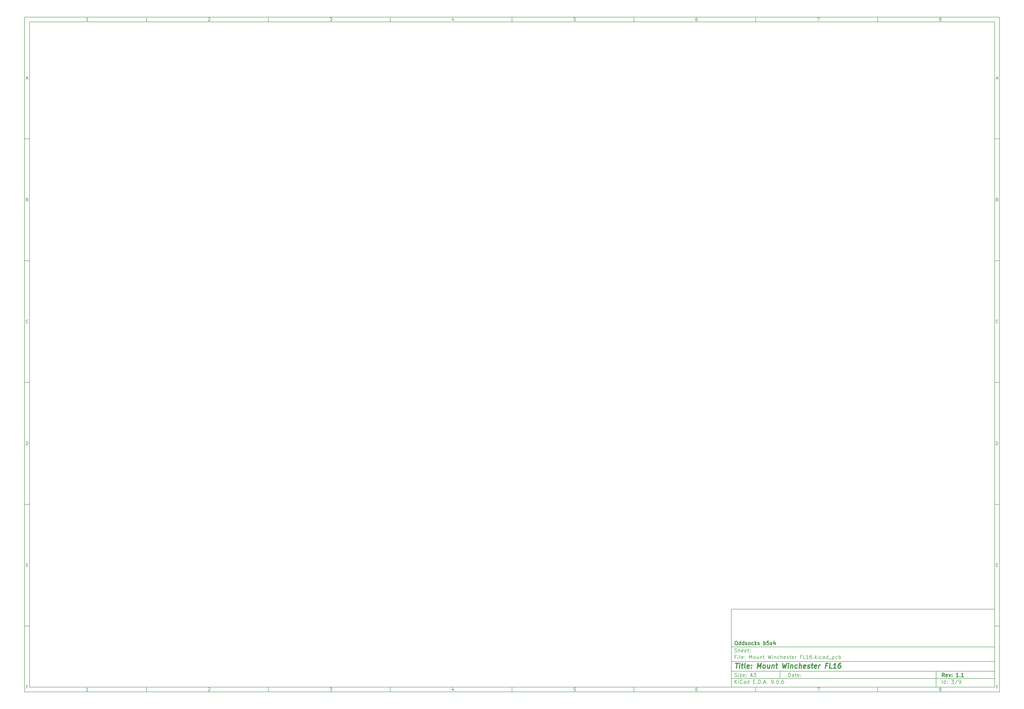
<source format=gtp>
%TF.GenerationSoftware,KiCad,Pcbnew,9.0.6*%
%TF.CreationDate,2025-11-29T14:17:50+08:00*%
%TF.ProjectId,Mount Winchester FL16,4d6f756e-7420-4576-996e-636865737465,1.1*%
%TF.SameCoordinates,Original*%
%TF.FileFunction,Paste,Top*%
%TF.FilePolarity,Positive*%
%FSLAX46Y46*%
G04 Gerber Fmt 4.6, Leading zero omitted, Abs format (unit mm)*
G04 Created by KiCad (PCBNEW 9.0.6) date 2025-11-29 14:17:50*
%MOMM*%
%LPD*%
G01*
G04 APERTURE LIST*
%ADD10C,0.100000*%
%ADD11C,0.150000*%
%ADD12C,0.300000*%
%ADD13C,0.400000*%
G04 APERTURE END LIST*
D10*
D11*
X299989000Y-253002200D02*
X407989000Y-253002200D01*
X407989000Y-285002200D01*
X299989000Y-285002200D01*
X299989000Y-253002200D01*
D10*
D11*
X10000000Y-10000000D02*
X409989000Y-10000000D01*
X409989000Y-287002200D01*
X10000000Y-287002200D01*
X10000000Y-10000000D01*
D10*
D11*
X12000000Y-12000000D02*
X407989000Y-12000000D01*
X407989000Y-285002200D01*
X12000000Y-285002200D01*
X12000000Y-12000000D01*
D10*
D11*
X60000000Y-12000000D02*
X60000000Y-10000000D01*
D10*
D11*
X110000000Y-12000000D02*
X110000000Y-10000000D01*
D10*
D11*
X160000000Y-12000000D02*
X160000000Y-10000000D01*
D10*
D11*
X210000000Y-12000000D02*
X210000000Y-10000000D01*
D10*
D11*
X260000000Y-12000000D02*
X260000000Y-10000000D01*
D10*
D11*
X310000000Y-12000000D02*
X310000000Y-10000000D01*
D10*
D11*
X360000000Y-12000000D02*
X360000000Y-10000000D01*
D10*
D11*
X36089160Y-11593604D02*
X35346303Y-11593604D01*
X35717731Y-11593604D02*
X35717731Y-10293604D01*
X35717731Y-10293604D02*
X35593922Y-10479319D01*
X35593922Y-10479319D02*
X35470112Y-10603128D01*
X35470112Y-10603128D02*
X35346303Y-10665033D01*
D10*
D11*
X85346303Y-10417414D02*
X85408207Y-10355509D01*
X85408207Y-10355509D02*
X85532017Y-10293604D01*
X85532017Y-10293604D02*
X85841541Y-10293604D01*
X85841541Y-10293604D02*
X85965350Y-10355509D01*
X85965350Y-10355509D02*
X86027255Y-10417414D01*
X86027255Y-10417414D02*
X86089160Y-10541223D01*
X86089160Y-10541223D02*
X86089160Y-10665033D01*
X86089160Y-10665033D02*
X86027255Y-10850747D01*
X86027255Y-10850747D02*
X85284398Y-11593604D01*
X85284398Y-11593604D02*
X86089160Y-11593604D01*
D10*
D11*
X135284398Y-10293604D02*
X136089160Y-10293604D01*
X136089160Y-10293604D02*
X135655826Y-10788842D01*
X135655826Y-10788842D02*
X135841541Y-10788842D01*
X135841541Y-10788842D02*
X135965350Y-10850747D01*
X135965350Y-10850747D02*
X136027255Y-10912652D01*
X136027255Y-10912652D02*
X136089160Y-11036461D01*
X136089160Y-11036461D02*
X136089160Y-11345985D01*
X136089160Y-11345985D02*
X136027255Y-11469795D01*
X136027255Y-11469795D02*
X135965350Y-11531700D01*
X135965350Y-11531700D02*
X135841541Y-11593604D01*
X135841541Y-11593604D02*
X135470112Y-11593604D01*
X135470112Y-11593604D02*
X135346303Y-11531700D01*
X135346303Y-11531700D02*
X135284398Y-11469795D01*
D10*
D11*
X185965350Y-10726938D02*
X185965350Y-11593604D01*
X185655826Y-10231700D02*
X185346303Y-11160271D01*
X185346303Y-11160271D02*
X186151064Y-11160271D01*
D10*
D11*
X236027255Y-10293604D02*
X235408207Y-10293604D01*
X235408207Y-10293604D02*
X235346303Y-10912652D01*
X235346303Y-10912652D02*
X235408207Y-10850747D01*
X235408207Y-10850747D02*
X235532017Y-10788842D01*
X235532017Y-10788842D02*
X235841541Y-10788842D01*
X235841541Y-10788842D02*
X235965350Y-10850747D01*
X235965350Y-10850747D02*
X236027255Y-10912652D01*
X236027255Y-10912652D02*
X236089160Y-11036461D01*
X236089160Y-11036461D02*
X236089160Y-11345985D01*
X236089160Y-11345985D02*
X236027255Y-11469795D01*
X236027255Y-11469795D02*
X235965350Y-11531700D01*
X235965350Y-11531700D02*
X235841541Y-11593604D01*
X235841541Y-11593604D02*
X235532017Y-11593604D01*
X235532017Y-11593604D02*
X235408207Y-11531700D01*
X235408207Y-11531700D02*
X235346303Y-11469795D01*
D10*
D11*
X285965350Y-10293604D02*
X285717731Y-10293604D01*
X285717731Y-10293604D02*
X285593922Y-10355509D01*
X285593922Y-10355509D02*
X285532017Y-10417414D01*
X285532017Y-10417414D02*
X285408207Y-10603128D01*
X285408207Y-10603128D02*
X285346303Y-10850747D01*
X285346303Y-10850747D02*
X285346303Y-11345985D01*
X285346303Y-11345985D02*
X285408207Y-11469795D01*
X285408207Y-11469795D02*
X285470112Y-11531700D01*
X285470112Y-11531700D02*
X285593922Y-11593604D01*
X285593922Y-11593604D02*
X285841541Y-11593604D01*
X285841541Y-11593604D02*
X285965350Y-11531700D01*
X285965350Y-11531700D02*
X286027255Y-11469795D01*
X286027255Y-11469795D02*
X286089160Y-11345985D01*
X286089160Y-11345985D02*
X286089160Y-11036461D01*
X286089160Y-11036461D02*
X286027255Y-10912652D01*
X286027255Y-10912652D02*
X285965350Y-10850747D01*
X285965350Y-10850747D02*
X285841541Y-10788842D01*
X285841541Y-10788842D02*
X285593922Y-10788842D01*
X285593922Y-10788842D02*
X285470112Y-10850747D01*
X285470112Y-10850747D02*
X285408207Y-10912652D01*
X285408207Y-10912652D02*
X285346303Y-11036461D01*
D10*
D11*
X335284398Y-10293604D02*
X336151064Y-10293604D01*
X336151064Y-10293604D02*
X335593922Y-11593604D01*
D10*
D11*
X385593922Y-10850747D02*
X385470112Y-10788842D01*
X385470112Y-10788842D02*
X385408207Y-10726938D01*
X385408207Y-10726938D02*
X385346303Y-10603128D01*
X385346303Y-10603128D02*
X385346303Y-10541223D01*
X385346303Y-10541223D02*
X385408207Y-10417414D01*
X385408207Y-10417414D02*
X385470112Y-10355509D01*
X385470112Y-10355509D02*
X385593922Y-10293604D01*
X385593922Y-10293604D02*
X385841541Y-10293604D01*
X385841541Y-10293604D02*
X385965350Y-10355509D01*
X385965350Y-10355509D02*
X386027255Y-10417414D01*
X386027255Y-10417414D02*
X386089160Y-10541223D01*
X386089160Y-10541223D02*
X386089160Y-10603128D01*
X386089160Y-10603128D02*
X386027255Y-10726938D01*
X386027255Y-10726938D02*
X385965350Y-10788842D01*
X385965350Y-10788842D02*
X385841541Y-10850747D01*
X385841541Y-10850747D02*
X385593922Y-10850747D01*
X385593922Y-10850747D02*
X385470112Y-10912652D01*
X385470112Y-10912652D02*
X385408207Y-10974557D01*
X385408207Y-10974557D02*
X385346303Y-11098366D01*
X385346303Y-11098366D02*
X385346303Y-11345985D01*
X385346303Y-11345985D02*
X385408207Y-11469795D01*
X385408207Y-11469795D02*
X385470112Y-11531700D01*
X385470112Y-11531700D02*
X385593922Y-11593604D01*
X385593922Y-11593604D02*
X385841541Y-11593604D01*
X385841541Y-11593604D02*
X385965350Y-11531700D01*
X385965350Y-11531700D02*
X386027255Y-11469795D01*
X386027255Y-11469795D02*
X386089160Y-11345985D01*
X386089160Y-11345985D02*
X386089160Y-11098366D01*
X386089160Y-11098366D02*
X386027255Y-10974557D01*
X386027255Y-10974557D02*
X385965350Y-10912652D01*
X385965350Y-10912652D02*
X385841541Y-10850747D01*
D10*
D11*
X60000000Y-285002200D02*
X60000000Y-287002200D01*
D10*
D11*
X110000000Y-285002200D02*
X110000000Y-287002200D01*
D10*
D11*
X160000000Y-285002200D02*
X160000000Y-287002200D01*
D10*
D11*
X210000000Y-285002200D02*
X210000000Y-287002200D01*
D10*
D11*
X260000000Y-285002200D02*
X260000000Y-287002200D01*
D10*
D11*
X310000000Y-285002200D02*
X310000000Y-287002200D01*
D10*
D11*
X360000000Y-285002200D02*
X360000000Y-287002200D01*
D10*
D11*
X36089160Y-286595804D02*
X35346303Y-286595804D01*
X35717731Y-286595804D02*
X35717731Y-285295804D01*
X35717731Y-285295804D02*
X35593922Y-285481519D01*
X35593922Y-285481519D02*
X35470112Y-285605328D01*
X35470112Y-285605328D02*
X35346303Y-285667233D01*
D10*
D11*
X85346303Y-285419614D02*
X85408207Y-285357709D01*
X85408207Y-285357709D02*
X85532017Y-285295804D01*
X85532017Y-285295804D02*
X85841541Y-285295804D01*
X85841541Y-285295804D02*
X85965350Y-285357709D01*
X85965350Y-285357709D02*
X86027255Y-285419614D01*
X86027255Y-285419614D02*
X86089160Y-285543423D01*
X86089160Y-285543423D02*
X86089160Y-285667233D01*
X86089160Y-285667233D02*
X86027255Y-285852947D01*
X86027255Y-285852947D02*
X85284398Y-286595804D01*
X85284398Y-286595804D02*
X86089160Y-286595804D01*
D10*
D11*
X135284398Y-285295804D02*
X136089160Y-285295804D01*
X136089160Y-285295804D02*
X135655826Y-285791042D01*
X135655826Y-285791042D02*
X135841541Y-285791042D01*
X135841541Y-285791042D02*
X135965350Y-285852947D01*
X135965350Y-285852947D02*
X136027255Y-285914852D01*
X136027255Y-285914852D02*
X136089160Y-286038661D01*
X136089160Y-286038661D02*
X136089160Y-286348185D01*
X136089160Y-286348185D02*
X136027255Y-286471995D01*
X136027255Y-286471995D02*
X135965350Y-286533900D01*
X135965350Y-286533900D02*
X135841541Y-286595804D01*
X135841541Y-286595804D02*
X135470112Y-286595804D01*
X135470112Y-286595804D02*
X135346303Y-286533900D01*
X135346303Y-286533900D02*
X135284398Y-286471995D01*
D10*
D11*
X185965350Y-285729138D02*
X185965350Y-286595804D01*
X185655826Y-285233900D02*
X185346303Y-286162471D01*
X185346303Y-286162471D02*
X186151064Y-286162471D01*
D10*
D11*
X236027255Y-285295804D02*
X235408207Y-285295804D01*
X235408207Y-285295804D02*
X235346303Y-285914852D01*
X235346303Y-285914852D02*
X235408207Y-285852947D01*
X235408207Y-285852947D02*
X235532017Y-285791042D01*
X235532017Y-285791042D02*
X235841541Y-285791042D01*
X235841541Y-285791042D02*
X235965350Y-285852947D01*
X235965350Y-285852947D02*
X236027255Y-285914852D01*
X236027255Y-285914852D02*
X236089160Y-286038661D01*
X236089160Y-286038661D02*
X236089160Y-286348185D01*
X236089160Y-286348185D02*
X236027255Y-286471995D01*
X236027255Y-286471995D02*
X235965350Y-286533900D01*
X235965350Y-286533900D02*
X235841541Y-286595804D01*
X235841541Y-286595804D02*
X235532017Y-286595804D01*
X235532017Y-286595804D02*
X235408207Y-286533900D01*
X235408207Y-286533900D02*
X235346303Y-286471995D01*
D10*
D11*
X285965350Y-285295804D02*
X285717731Y-285295804D01*
X285717731Y-285295804D02*
X285593922Y-285357709D01*
X285593922Y-285357709D02*
X285532017Y-285419614D01*
X285532017Y-285419614D02*
X285408207Y-285605328D01*
X285408207Y-285605328D02*
X285346303Y-285852947D01*
X285346303Y-285852947D02*
X285346303Y-286348185D01*
X285346303Y-286348185D02*
X285408207Y-286471995D01*
X285408207Y-286471995D02*
X285470112Y-286533900D01*
X285470112Y-286533900D02*
X285593922Y-286595804D01*
X285593922Y-286595804D02*
X285841541Y-286595804D01*
X285841541Y-286595804D02*
X285965350Y-286533900D01*
X285965350Y-286533900D02*
X286027255Y-286471995D01*
X286027255Y-286471995D02*
X286089160Y-286348185D01*
X286089160Y-286348185D02*
X286089160Y-286038661D01*
X286089160Y-286038661D02*
X286027255Y-285914852D01*
X286027255Y-285914852D02*
X285965350Y-285852947D01*
X285965350Y-285852947D02*
X285841541Y-285791042D01*
X285841541Y-285791042D02*
X285593922Y-285791042D01*
X285593922Y-285791042D02*
X285470112Y-285852947D01*
X285470112Y-285852947D02*
X285408207Y-285914852D01*
X285408207Y-285914852D02*
X285346303Y-286038661D01*
D10*
D11*
X335284398Y-285295804D02*
X336151064Y-285295804D01*
X336151064Y-285295804D02*
X335593922Y-286595804D01*
D10*
D11*
X385593922Y-285852947D02*
X385470112Y-285791042D01*
X385470112Y-285791042D02*
X385408207Y-285729138D01*
X385408207Y-285729138D02*
X385346303Y-285605328D01*
X385346303Y-285605328D02*
X385346303Y-285543423D01*
X385346303Y-285543423D02*
X385408207Y-285419614D01*
X385408207Y-285419614D02*
X385470112Y-285357709D01*
X385470112Y-285357709D02*
X385593922Y-285295804D01*
X385593922Y-285295804D02*
X385841541Y-285295804D01*
X385841541Y-285295804D02*
X385965350Y-285357709D01*
X385965350Y-285357709D02*
X386027255Y-285419614D01*
X386027255Y-285419614D02*
X386089160Y-285543423D01*
X386089160Y-285543423D02*
X386089160Y-285605328D01*
X386089160Y-285605328D02*
X386027255Y-285729138D01*
X386027255Y-285729138D02*
X385965350Y-285791042D01*
X385965350Y-285791042D02*
X385841541Y-285852947D01*
X385841541Y-285852947D02*
X385593922Y-285852947D01*
X385593922Y-285852947D02*
X385470112Y-285914852D01*
X385470112Y-285914852D02*
X385408207Y-285976757D01*
X385408207Y-285976757D02*
X385346303Y-286100566D01*
X385346303Y-286100566D02*
X385346303Y-286348185D01*
X385346303Y-286348185D02*
X385408207Y-286471995D01*
X385408207Y-286471995D02*
X385470112Y-286533900D01*
X385470112Y-286533900D02*
X385593922Y-286595804D01*
X385593922Y-286595804D02*
X385841541Y-286595804D01*
X385841541Y-286595804D02*
X385965350Y-286533900D01*
X385965350Y-286533900D02*
X386027255Y-286471995D01*
X386027255Y-286471995D02*
X386089160Y-286348185D01*
X386089160Y-286348185D02*
X386089160Y-286100566D01*
X386089160Y-286100566D02*
X386027255Y-285976757D01*
X386027255Y-285976757D02*
X385965350Y-285914852D01*
X385965350Y-285914852D02*
X385841541Y-285852947D01*
D10*
D11*
X10000000Y-60000000D02*
X12000000Y-60000000D01*
D10*
D11*
X10000000Y-110000000D02*
X12000000Y-110000000D01*
D10*
D11*
X10000000Y-160000000D02*
X12000000Y-160000000D01*
D10*
D11*
X10000000Y-210000000D02*
X12000000Y-210000000D01*
D10*
D11*
X10000000Y-260000000D02*
X12000000Y-260000000D01*
D10*
D11*
X10690476Y-35222176D02*
X11309523Y-35222176D01*
X10566666Y-35593604D02*
X10999999Y-34293604D01*
X10999999Y-34293604D02*
X11433333Y-35593604D01*
D10*
D11*
X11092857Y-84912652D02*
X11278571Y-84974557D01*
X11278571Y-84974557D02*
X11340476Y-85036461D01*
X11340476Y-85036461D02*
X11402380Y-85160271D01*
X11402380Y-85160271D02*
X11402380Y-85345985D01*
X11402380Y-85345985D02*
X11340476Y-85469795D01*
X11340476Y-85469795D02*
X11278571Y-85531700D01*
X11278571Y-85531700D02*
X11154761Y-85593604D01*
X11154761Y-85593604D02*
X10659523Y-85593604D01*
X10659523Y-85593604D02*
X10659523Y-84293604D01*
X10659523Y-84293604D02*
X11092857Y-84293604D01*
X11092857Y-84293604D02*
X11216666Y-84355509D01*
X11216666Y-84355509D02*
X11278571Y-84417414D01*
X11278571Y-84417414D02*
X11340476Y-84541223D01*
X11340476Y-84541223D02*
X11340476Y-84665033D01*
X11340476Y-84665033D02*
X11278571Y-84788842D01*
X11278571Y-84788842D02*
X11216666Y-84850747D01*
X11216666Y-84850747D02*
X11092857Y-84912652D01*
X11092857Y-84912652D02*
X10659523Y-84912652D01*
D10*
D11*
X11402380Y-135469795D02*
X11340476Y-135531700D01*
X11340476Y-135531700D02*
X11154761Y-135593604D01*
X11154761Y-135593604D02*
X11030952Y-135593604D01*
X11030952Y-135593604D02*
X10845238Y-135531700D01*
X10845238Y-135531700D02*
X10721428Y-135407890D01*
X10721428Y-135407890D02*
X10659523Y-135284080D01*
X10659523Y-135284080D02*
X10597619Y-135036461D01*
X10597619Y-135036461D02*
X10597619Y-134850747D01*
X10597619Y-134850747D02*
X10659523Y-134603128D01*
X10659523Y-134603128D02*
X10721428Y-134479319D01*
X10721428Y-134479319D02*
X10845238Y-134355509D01*
X10845238Y-134355509D02*
X11030952Y-134293604D01*
X11030952Y-134293604D02*
X11154761Y-134293604D01*
X11154761Y-134293604D02*
X11340476Y-134355509D01*
X11340476Y-134355509D02*
X11402380Y-134417414D01*
D10*
D11*
X10659523Y-185593604D02*
X10659523Y-184293604D01*
X10659523Y-184293604D02*
X10969047Y-184293604D01*
X10969047Y-184293604D02*
X11154761Y-184355509D01*
X11154761Y-184355509D02*
X11278571Y-184479319D01*
X11278571Y-184479319D02*
X11340476Y-184603128D01*
X11340476Y-184603128D02*
X11402380Y-184850747D01*
X11402380Y-184850747D02*
X11402380Y-185036461D01*
X11402380Y-185036461D02*
X11340476Y-185284080D01*
X11340476Y-185284080D02*
X11278571Y-185407890D01*
X11278571Y-185407890D02*
X11154761Y-185531700D01*
X11154761Y-185531700D02*
X10969047Y-185593604D01*
X10969047Y-185593604D02*
X10659523Y-185593604D01*
D10*
D11*
X10721428Y-234912652D02*
X11154762Y-234912652D01*
X11340476Y-235593604D02*
X10721428Y-235593604D01*
X10721428Y-235593604D02*
X10721428Y-234293604D01*
X10721428Y-234293604D02*
X11340476Y-234293604D01*
D10*
D11*
X11185714Y-284912652D02*
X10752380Y-284912652D01*
X10752380Y-285593604D02*
X10752380Y-284293604D01*
X10752380Y-284293604D02*
X11371428Y-284293604D01*
D10*
D11*
X409989000Y-60000000D02*
X407989000Y-60000000D01*
D10*
D11*
X409989000Y-110000000D02*
X407989000Y-110000000D01*
D10*
D11*
X409989000Y-160000000D02*
X407989000Y-160000000D01*
D10*
D11*
X409989000Y-210000000D02*
X407989000Y-210000000D01*
D10*
D11*
X409989000Y-260000000D02*
X407989000Y-260000000D01*
D10*
D11*
X408679476Y-35222176D02*
X409298523Y-35222176D01*
X408555666Y-35593604D02*
X408988999Y-34293604D01*
X408988999Y-34293604D02*
X409422333Y-35593604D01*
D10*
D11*
X409081857Y-84912652D02*
X409267571Y-84974557D01*
X409267571Y-84974557D02*
X409329476Y-85036461D01*
X409329476Y-85036461D02*
X409391380Y-85160271D01*
X409391380Y-85160271D02*
X409391380Y-85345985D01*
X409391380Y-85345985D02*
X409329476Y-85469795D01*
X409329476Y-85469795D02*
X409267571Y-85531700D01*
X409267571Y-85531700D02*
X409143761Y-85593604D01*
X409143761Y-85593604D02*
X408648523Y-85593604D01*
X408648523Y-85593604D02*
X408648523Y-84293604D01*
X408648523Y-84293604D02*
X409081857Y-84293604D01*
X409081857Y-84293604D02*
X409205666Y-84355509D01*
X409205666Y-84355509D02*
X409267571Y-84417414D01*
X409267571Y-84417414D02*
X409329476Y-84541223D01*
X409329476Y-84541223D02*
X409329476Y-84665033D01*
X409329476Y-84665033D02*
X409267571Y-84788842D01*
X409267571Y-84788842D02*
X409205666Y-84850747D01*
X409205666Y-84850747D02*
X409081857Y-84912652D01*
X409081857Y-84912652D02*
X408648523Y-84912652D01*
D10*
D11*
X409391380Y-135469795D02*
X409329476Y-135531700D01*
X409329476Y-135531700D02*
X409143761Y-135593604D01*
X409143761Y-135593604D02*
X409019952Y-135593604D01*
X409019952Y-135593604D02*
X408834238Y-135531700D01*
X408834238Y-135531700D02*
X408710428Y-135407890D01*
X408710428Y-135407890D02*
X408648523Y-135284080D01*
X408648523Y-135284080D02*
X408586619Y-135036461D01*
X408586619Y-135036461D02*
X408586619Y-134850747D01*
X408586619Y-134850747D02*
X408648523Y-134603128D01*
X408648523Y-134603128D02*
X408710428Y-134479319D01*
X408710428Y-134479319D02*
X408834238Y-134355509D01*
X408834238Y-134355509D02*
X409019952Y-134293604D01*
X409019952Y-134293604D02*
X409143761Y-134293604D01*
X409143761Y-134293604D02*
X409329476Y-134355509D01*
X409329476Y-134355509D02*
X409391380Y-134417414D01*
D10*
D11*
X408648523Y-185593604D02*
X408648523Y-184293604D01*
X408648523Y-184293604D02*
X408958047Y-184293604D01*
X408958047Y-184293604D02*
X409143761Y-184355509D01*
X409143761Y-184355509D02*
X409267571Y-184479319D01*
X409267571Y-184479319D02*
X409329476Y-184603128D01*
X409329476Y-184603128D02*
X409391380Y-184850747D01*
X409391380Y-184850747D02*
X409391380Y-185036461D01*
X409391380Y-185036461D02*
X409329476Y-185284080D01*
X409329476Y-185284080D02*
X409267571Y-185407890D01*
X409267571Y-185407890D02*
X409143761Y-185531700D01*
X409143761Y-185531700D02*
X408958047Y-185593604D01*
X408958047Y-185593604D02*
X408648523Y-185593604D01*
D10*
D11*
X408710428Y-234912652D02*
X409143762Y-234912652D01*
X409329476Y-235593604D02*
X408710428Y-235593604D01*
X408710428Y-235593604D02*
X408710428Y-234293604D01*
X408710428Y-234293604D02*
X409329476Y-234293604D01*
D10*
D11*
X409174714Y-284912652D02*
X408741380Y-284912652D01*
X408741380Y-285593604D02*
X408741380Y-284293604D01*
X408741380Y-284293604D02*
X409360428Y-284293604D01*
D10*
D11*
X323444826Y-280788328D02*
X323444826Y-279288328D01*
X323444826Y-279288328D02*
X323801969Y-279288328D01*
X323801969Y-279288328D02*
X324016255Y-279359757D01*
X324016255Y-279359757D02*
X324159112Y-279502614D01*
X324159112Y-279502614D02*
X324230541Y-279645471D01*
X324230541Y-279645471D02*
X324301969Y-279931185D01*
X324301969Y-279931185D02*
X324301969Y-280145471D01*
X324301969Y-280145471D02*
X324230541Y-280431185D01*
X324230541Y-280431185D02*
X324159112Y-280574042D01*
X324159112Y-280574042D02*
X324016255Y-280716900D01*
X324016255Y-280716900D02*
X323801969Y-280788328D01*
X323801969Y-280788328D02*
X323444826Y-280788328D01*
X325587684Y-280788328D02*
X325587684Y-280002614D01*
X325587684Y-280002614D02*
X325516255Y-279859757D01*
X325516255Y-279859757D02*
X325373398Y-279788328D01*
X325373398Y-279788328D02*
X325087684Y-279788328D01*
X325087684Y-279788328D02*
X324944826Y-279859757D01*
X325587684Y-280716900D02*
X325444826Y-280788328D01*
X325444826Y-280788328D02*
X325087684Y-280788328D01*
X325087684Y-280788328D02*
X324944826Y-280716900D01*
X324944826Y-280716900D02*
X324873398Y-280574042D01*
X324873398Y-280574042D02*
X324873398Y-280431185D01*
X324873398Y-280431185D02*
X324944826Y-280288328D01*
X324944826Y-280288328D02*
X325087684Y-280216900D01*
X325087684Y-280216900D02*
X325444826Y-280216900D01*
X325444826Y-280216900D02*
X325587684Y-280145471D01*
X326087684Y-279788328D02*
X326659112Y-279788328D01*
X326301969Y-279288328D02*
X326301969Y-280574042D01*
X326301969Y-280574042D02*
X326373398Y-280716900D01*
X326373398Y-280716900D02*
X326516255Y-280788328D01*
X326516255Y-280788328D02*
X326659112Y-280788328D01*
X327730541Y-280716900D02*
X327587684Y-280788328D01*
X327587684Y-280788328D02*
X327301970Y-280788328D01*
X327301970Y-280788328D02*
X327159112Y-280716900D01*
X327159112Y-280716900D02*
X327087684Y-280574042D01*
X327087684Y-280574042D02*
X327087684Y-280002614D01*
X327087684Y-280002614D02*
X327159112Y-279859757D01*
X327159112Y-279859757D02*
X327301970Y-279788328D01*
X327301970Y-279788328D02*
X327587684Y-279788328D01*
X327587684Y-279788328D02*
X327730541Y-279859757D01*
X327730541Y-279859757D02*
X327801970Y-280002614D01*
X327801970Y-280002614D02*
X327801970Y-280145471D01*
X327801970Y-280145471D02*
X327087684Y-280288328D01*
X328444826Y-280645471D02*
X328516255Y-280716900D01*
X328516255Y-280716900D02*
X328444826Y-280788328D01*
X328444826Y-280788328D02*
X328373398Y-280716900D01*
X328373398Y-280716900D02*
X328444826Y-280645471D01*
X328444826Y-280645471D02*
X328444826Y-280788328D01*
X328444826Y-279859757D02*
X328516255Y-279931185D01*
X328516255Y-279931185D02*
X328444826Y-280002614D01*
X328444826Y-280002614D02*
X328373398Y-279931185D01*
X328373398Y-279931185D02*
X328444826Y-279859757D01*
X328444826Y-279859757D02*
X328444826Y-280002614D01*
D10*
D11*
X299989000Y-281502200D02*
X407989000Y-281502200D01*
D10*
D11*
X301444826Y-283588328D02*
X301444826Y-282088328D01*
X302301969Y-283588328D02*
X301659112Y-282731185D01*
X302301969Y-282088328D02*
X301444826Y-282945471D01*
X302944826Y-283588328D02*
X302944826Y-282588328D01*
X302944826Y-282088328D02*
X302873398Y-282159757D01*
X302873398Y-282159757D02*
X302944826Y-282231185D01*
X302944826Y-282231185D02*
X303016255Y-282159757D01*
X303016255Y-282159757D02*
X302944826Y-282088328D01*
X302944826Y-282088328D02*
X302944826Y-282231185D01*
X304516255Y-283445471D02*
X304444827Y-283516900D01*
X304444827Y-283516900D02*
X304230541Y-283588328D01*
X304230541Y-283588328D02*
X304087684Y-283588328D01*
X304087684Y-283588328D02*
X303873398Y-283516900D01*
X303873398Y-283516900D02*
X303730541Y-283374042D01*
X303730541Y-283374042D02*
X303659112Y-283231185D01*
X303659112Y-283231185D02*
X303587684Y-282945471D01*
X303587684Y-282945471D02*
X303587684Y-282731185D01*
X303587684Y-282731185D02*
X303659112Y-282445471D01*
X303659112Y-282445471D02*
X303730541Y-282302614D01*
X303730541Y-282302614D02*
X303873398Y-282159757D01*
X303873398Y-282159757D02*
X304087684Y-282088328D01*
X304087684Y-282088328D02*
X304230541Y-282088328D01*
X304230541Y-282088328D02*
X304444827Y-282159757D01*
X304444827Y-282159757D02*
X304516255Y-282231185D01*
X305801970Y-283588328D02*
X305801970Y-282802614D01*
X305801970Y-282802614D02*
X305730541Y-282659757D01*
X305730541Y-282659757D02*
X305587684Y-282588328D01*
X305587684Y-282588328D02*
X305301970Y-282588328D01*
X305301970Y-282588328D02*
X305159112Y-282659757D01*
X305801970Y-283516900D02*
X305659112Y-283588328D01*
X305659112Y-283588328D02*
X305301970Y-283588328D01*
X305301970Y-283588328D02*
X305159112Y-283516900D01*
X305159112Y-283516900D02*
X305087684Y-283374042D01*
X305087684Y-283374042D02*
X305087684Y-283231185D01*
X305087684Y-283231185D02*
X305159112Y-283088328D01*
X305159112Y-283088328D02*
X305301970Y-283016900D01*
X305301970Y-283016900D02*
X305659112Y-283016900D01*
X305659112Y-283016900D02*
X305801970Y-282945471D01*
X307159113Y-283588328D02*
X307159113Y-282088328D01*
X307159113Y-283516900D02*
X307016255Y-283588328D01*
X307016255Y-283588328D02*
X306730541Y-283588328D01*
X306730541Y-283588328D02*
X306587684Y-283516900D01*
X306587684Y-283516900D02*
X306516255Y-283445471D01*
X306516255Y-283445471D02*
X306444827Y-283302614D01*
X306444827Y-283302614D02*
X306444827Y-282874042D01*
X306444827Y-282874042D02*
X306516255Y-282731185D01*
X306516255Y-282731185D02*
X306587684Y-282659757D01*
X306587684Y-282659757D02*
X306730541Y-282588328D01*
X306730541Y-282588328D02*
X307016255Y-282588328D01*
X307016255Y-282588328D02*
X307159113Y-282659757D01*
X309016255Y-282802614D02*
X309516255Y-282802614D01*
X309730541Y-283588328D02*
X309016255Y-283588328D01*
X309016255Y-283588328D02*
X309016255Y-282088328D01*
X309016255Y-282088328D02*
X309730541Y-282088328D01*
X310373398Y-283445471D02*
X310444827Y-283516900D01*
X310444827Y-283516900D02*
X310373398Y-283588328D01*
X310373398Y-283588328D02*
X310301970Y-283516900D01*
X310301970Y-283516900D02*
X310373398Y-283445471D01*
X310373398Y-283445471D02*
X310373398Y-283588328D01*
X311087684Y-283588328D02*
X311087684Y-282088328D01*
X311087684Y-282088328D02*
X311444827Y-282088328D01*
X311444827Y-282088328D02*
X311659113Y-282159757D01*
X311659113Y-282159757D02*
X311801970Y-282302614D01*
X311801970Y-282302614D02*
X311873399Y-282445471D01*
X311873399Y-282445471D02*
X311944827Y-282731185D01*
X311944827Y-282731185D02*
X311944827Y-282945471D01*
X311944827Y-282945471D02*
X311873399Y-283231185D01*
X311873399Y-283231185D02*
X311801970Y-283374042D01*
X311801970Y-283374042D02*
X311659113Y-283516900D01*
X311659113Y-283516900D02*
X311444827Y-283588328D01*
X311444827Y-283588328D02*
X311087684Y-283588328D01*
X312587684Y-283445471D02*
X312659113Y-283516900D01*
X312659113Y-283516900D02*
X312587684Y-283588328D01*
X312587684Y-283588328D02*
X312516256Y-283516900D01*
X312516256Y-283516900D02*
X312587684Y-283445471D01*
X312587684Y-283445471D02*
X312587684Y-283588328D01*
X313230542Y-283159757D02*
X313944828Y-283159757D01*
X313087685Y-283588328D02*
X313587685Y-282088328D01*
X313587685Y-282088328D02*
X314087685Y-283588328D01*
X314587684Y-283445471D02*
X314659113Y-283516900D01*
X314659113Y-283516900D02*
X314587684Y-283588328D01*
X314587684Y-283588328D02*
X314516256Y-283516900D01*
X314516256Y-283516900D02*
X314587684Y-283445471D01*
X314587684Y-283445471D02*
X314587684Y-283588328D01*
X316516256Y-283588328D02*
X316801970Y-283588328D01*
X316801970Y-283588328D02*
X316944827Y-283516900D01*
X316944827Y-283516900D02*
X317016256Y-283445471D01*
X317016256Y-283445471D02*
X317159113Y-283231185D01*
X317159113Y-283231185D02*
X317230542Y-282945471D01*
X317230542Y-282945471D02*
X317230542Y-282374042D01*
X317230542Y-282374042D02*
X317159113Y-282231185D01*
X317159113Y-282231185D02*
X317087685Y-282159757D01*
X317087685Y-282159757D02*
X316944827Y-282088328D01*
X316944827Y-282088328D02*
X316659113Y-282088328D01*
X316659113Y-282088328D02*
X316516256Y-282159757D01*
X316516256Y-282159757D02*
X316444827Y-282231185D01*
X316444827Y-282231185D02*
X316373399Y-282374042D01*
X316373399Y-282374042D02*
X316373399Y-282731185D01*
X316373399Y-282731185D02*
X316444827Y-282874042D01*
X316444827Y-282874042D02*
X316516256Y-282945471D01*
X316516256Y-282945471D02*
X316659113Y-283016900D01*
X316659113Y-283016900D02*
X316944827Y-283016900D01*
X316944827Y-283016900D02*
X317087685Y-282945471D01*
X317087685Y-282945471D02*
X317159113Y-282874042D01*
X317159113Y-282874042D02*
X317230542Y-282731185D01*
X317873398Y-283445471D02*
X317944827Y-283516900D01*
X317944827Y-283516900D02*
X317873398Y-283588328D01*
X317873398Y-283588328D02*
X317801970Y-283516900D01*
X317801970Y-283516900D02*
X317873398Y-283445471D01*
X317873398Y-283445471D02*
X317873398Y-283588328D01*
X318873399Y-282088328D02*
X319016256Y-282088328D01*
X319016256Y-282088328D02*
X319159113Y-282159757D01*
X319159113Y-282159757D02*
X319230542Y-282231185D01*
X319230542Y-282231185D02*
X319301970Y-282374042D01*
X319301970Y-282374042D02*
X319373399Y-282659757D01*
X319373399Y-282659757D02*
X319373399Y-283016900D01*
X319373399Y-283016900D02*
X319301970Y-283302614D01*
X319301970Y-283302614D02*
X319230542Y-283445471D01*
X319230542Y-283445471D02*
X319159113Y-283516900D01*
X319159113Y-283516900D02*
X319016256Y-283588328D01*
X319016256Y-283588328D02*
X318873399Y-283588328D01*
X318873399Y-283588328D02*
X318730542Y-283516900D01*
X318730542Y-283516900D02*
X318659113Y-283445471D01*
X318659113Y-283445471D02*
X318587684Y-283302614D01*
X318587684Y-283302614D02*
X318516256Y-283016900D01*
X318516256Y-283016900D02*
X318516256Y-282659757D01*
X318516256Y-282659757D02*
X318587684Y-282374042D01*
X318587684Y-282374042D02*
X318659113Y-282231185D01*
X318659113Y-282231185D02*
X318730542Y-282159757D01*
X318730542Y-282159757D02*
X318873399Y-282088328D01*
X320016255Y-283445471D02*
X320087684Y-283516900D01*
X320087684Y-283516900D02*
X320016255Y-283588328D01*
X320016255Y-283588328D02*
X319944827Y-283516900D01*
X319944827Y-283516900D02*
X320016255Y-283445471D01*
X320016255Y-283445471D02*
X320016255Y-283588328D01*
X321373399Y-282088328D02*
X321087684Y-282088328D01*
X321087684Y-282088328D02*
X320944827Y-282159757D01*
X320944827Y-282159757D02*
X320873399Y-282231185D01*
X320873399Y-282231185D02*
X320730541Y-282445471D01*
X320730541Y-282445471D02*
X320659113Y-282731185D01*
X320659113Y-282731185D02*
X320659113Y-283302614D01*
X320659113Y-283302614D02*
X320730541Y-283445471D01*
X320730541Y-283445471D02*
X320801970Y-283516900D01*
X320801970Y-283516900D02*
X320944827Y-283588328D01*
X320944827Y-283588328D02*
X321230541Y-283588328D01*
X321230541Y-283588328D02*
X321373399Y-283516900D01*
X321373399Y-283516900D02*
X321444827Y-283445471D01*
X321444827Y-283445471D02*
X321516256Y-283302614D01*
X321516256Y-283302614D02*
X321516256Y-282945471D01*
X321516256Y-282945471D02*
X321444827Y-282802614D01*
X321444827Y-282802614D02*
X321373399Y-282731185D01*
X321373399Y-282731185D02*
X321230541Y-282659757D01*
X321230541Y-282659757D02*
X320944827Y-282659757D01*
X320944827Y-282659757D02*
X320801970Y-282731185D01*
X320801970Y-282731185D02*
X320730541Y-282802614D01*
X320730541Y-282802614D02*
X320659113Y-282945471D01*
D10*
D11*
X299989000Y-278502200D02*
X407989000Y-278502200D01*
D10*
D12*
X387400653Y-280780528D02*
X386900653Y-280066242D01*
X386543510Y-280780528D02*
X386543510Y-279280528D01*
X386543510Y-279280528D02*
X387114939Y-279280528D01*
X387114939Y-279280528D02*
X387257796Y-279351957D01*
X387257796Y-279351957D02*
X387329225Y-279423385D01*
X387329225Y-279423385D02*
X387400653Y-279566242D01*
X387400653Y-279566242D02*
X387400653Y-279780528D01*
X387400653Y-279780528D02*
X387329225Y-279923385D01*
X387329225Y-279923385D02*
X387257796Y-279994814D01*
X387257796Y-279994814D02*
X387114939Y-280066242D01*
X387114939Y-280066242D02*
X386543510Y-280066242D01*
X388614939Y-280709100D02*
X388472082Y-280780528D01*
X388472082Y-280780528D02*
X388186368Y-280780528D01*
X388186368Y-280780528D02*
X388043510Y-280709100D01*
X388043510Y-280709100D02*
X387972082Y-280566242D01*
X387972082Y-280566242D02*
X387972082Y-279994814D01*
X387972082Y-279994814D02*
X388043510Y-279851957D01*
X388043510Y-279851957D02*
X388186368Y-279780528D01*
X388186368Y-279780528D02*
X388472082Y-279780528D01*
X388472082Y-279780528D02*
X388614939Y-279851957D01*
X388614939Y-279851957D02*
X388686368Y-279994814D01*
X388686368Y-279994814D02*
X388686368Y-280137671D01*
X388686368Y-280137671D02*
X387972082Y-280280528D01*
X389186367Y-279780528D02*
X389543510Y-280780528D01*
X389543510Y-280780528D02*
X389900653Y-279780528D01*
X390472081Y-280637671D02*
X390543510Y-280709100D01*
X390543510Y-280709100D02*
X390472081Y-280780528D01*
X390472081Y-280780528D02*
X390400653Y-280709100D01*
X390400653Y-280709100D02*
X390472081Y-280637671D01*
X390472081Y-280637671D02*
X390472081Y-280780528D01*
X390472081Y-279851957D02*
X390543510Y-279923385D01*
X390543510Y-279923385D02*
X390472081Y-279994814D01*
X390472081Y-279994814D02*
X390400653Y-279923385D01*
X390400653Y-279923385D02*
X390472081Y-279851957D01*
X390472081Y-279851957D02*
X390472081Y-279994814D01*
X393114939Y-280780528D02*
X392257796Y-280780528D01*
X392686367Y-280780528D02*
X392686367Y-279280528D01*
X392686367Y-279280528D02*
X392543510Y-279494814D01*
X392543510Y-279494814D02*
X392400653Y-279637671D01*
X392400653Y-279637671D02*
X392257796Y-279709100D01*
X393757795Y-280637671D02*
X393829224Y-280709100D01*
X393829224Y-280709100D02*
X393757795Y-280780528D01*
X393757795Y-280780528D02*
X393686367Y-280709100D01*
X393686367Y-280709100D02*
X393757795Y-280637671D01*
X393757795Y-280637671D02*
X393757795Y-280780528D01*
X395257796Y-280780528D02*
X394400653Y-280780528D01*
X394829224Y-280780528D02*
X394829224Y-279280528D01*
X394829224Y-279280528D02*
X394686367Y-279494814D01*
X394686367Y-279494814D02*
X394543510Y-279637671D01*
X394543510Y-279637671D02*
X394400653Y-279709100D01*
D10*
D11*
X301373398Y-280716900D02*
X301587684Y-280788328D01*
X301587684Y-280788328D02*
X301944826Y-280788328D01*
X301944826Y-280788328D02*
X302087684Y-280716900D01*
X302087684Y-280716900D02*
X302159112Y-280645471D01*
X302159112Y-280645471D02*
X302230541Y-280502614D01*
X302230541Y-280502614D02*
X302230541Y-280359757D01*
X302230541Y-280359757D02*
X302159112Y-280216900D01*
X302159112Y-280216900D02*
X302087684Y-280145471D01*
X302087684Y-280145471D02*
X301944826Y-280074042D01*
X301944826Y-280074042D02*
X301659112Y-280002614D01*
X301659112Y-280002614D02*
X301516255Y-279931185D01*
X301516255Y-279931185D02*
X301444826Y-279859757D01*
X301444826Y-279859757D02*
X301373398Y-279716900D01*
X301373398Y-279716900D02*
X301373398Y-279574042D01*
X301373398Y-279574042D02*
X301444826Y-279431185D01*
X301444826Y-279431185D02*
X301516255Y-279359757D01*
X301516255Y-279359757D02*
X301659112Y-279288328D01*
X301659112Y-279288328D02*
X302016255Y-279288328D01*
X302016255Y-279288328D02*
X302230541Y-279359757D01*
X302873397Y-280788328D02*
X302873397Y-279788328D01*
X302873397Y-279288328D02*
X302801969Y-279359757D01*
X302801969Y-279359757D02*
X302873397Y-279431185D01*
X302873397Y-279431185D02*
X302944826Y-279359757D01*
X302944826Y-279359757D02*
X302873397Y-279288328D01*
X302873397Y-279288328D02*
X302873397Y-279431185D01*
X303444826Y-279788328D02*
X304230541Y-279788328D01*
X304230541Y-279788328D02*
X303444826Y-280788328D01*
X303444826Y-280788328D02*
X304230541Y-280788328D01*
X305373398Y-280716900D02*
X305230541Y-280788328D01*
X305230541Y-280788328D02*
X304944827Y-280788328D01*
X304944827Y-280788328D02*
X304801969Y-280716900D01*
X304801969Y-280716900D02*
X304730541Y-280574042D01*
X304730541Y-280574042D02*
X304730541Y-280002614D01*
X304730541Y-280002614D02*
X304801969Y-279859757D01*
X304801969Y-279859757D02*
X304944827Y-279788328D01*
X304944827Y-279788328D02*
X305230541Y-279788328D01*
X305230541Y-279788328D02*
X305373398Y-279859757D01*
X305373398Y-279859757D02*
X305444827Y-280002614D01*
X305444827Y-280002614D02*
X305444827Y-280145471D01*
X305444827Y-280145471D02*
X304730541Y-280288328D01*
X306087683Y-280645471D02*
X306159112Y-280716900D01*
X306159112Y-280716900D02*
X306087683Y-280788328D01*
X306087683Y-280788328D02*
X306016255Y-280716900D01*
X306016255Y-280716900D02*
X306087683Y-280645471D01*
X306087683Y-280645471D02*
X306087683Y-280788328D01*
X306087683Y-279859757D02*
X306159112Y-279931185D01*
X306159112Y-279931185D02*
X306087683Y-280002614D01*
X306087683Y-280002614D02*
X306016255Y-279931185D01*
X306016255Y-279931185D02*
X306087683Y-279859757D01*
X306087683Y-279859757D02*
X306087683Y-280002614D01*
X307873398Y-280359757D02*
X308587684Y-280359757D01*
X307730541Y-280788328D02*
X308230541Y-279288328D01*
X308230541Y-279288328D02*
X308730541Y-280788328D01*
X309087683Y-279288328D02*
X310016255Y-279288328D01*
X310016255Y-279288328D02*
X309516255Y-279859757D01*
X309516255Y-279859757D02*
X309730540Y-279859757D01*
X309730540Y-279859757D02*
X309873398Y-279931185D01*
X309873398Y-279931185D02*
X309944826Y-280002614D01*
X309944826Y-280002614D02*
X310016255Y-280145471D01*
X310016255Y-280145471D02*
X310016255Y-280502614D01*
X310016255Y-280502614D02*
X309944826Y-280645471D01*
X309944826Y-280645471D02*
X309873398Y-280716900D01*
X309873398Y-280716900D02*
X309730540Y-280788328D01*
X309730540Y-280788328D02*
X309301969Y-280788328D01*
X309301969Y-280788328D02*
X309159112Y-280716900D01*
X309159112Y-280716900D02*
X309087683Y-280645471D01*
D10*
D11*
X386444826Y-283588328D02*
X386444826Y-282088328D01*
X387801970Y-283588328D02*
X387801970Y-282088328D01*
X387801970Y-283516900D02*
X387659112Y-283588328D01*
X387659112Y-283588328D02*
X387373398Y-283588328D01*
X387373398Y-283588328D02*
X387230541Y-283516900D01*
X387230541Y-283516900D02*
X387159112Y-283445471D01*
X387159112Y-283445471D02*
X387087684Y-283302614D01*
X387087684Y-283302614D02*
X387087684Y-282874042D01*
X387087684Y-282874042D02*
X387159112Y-282731185D01*
X387159112Y-282731185D02*
X387230541Y-282659757D01*
X387230541Y-282659757D02*
X387373398Y-282588328D01*
X387373398Y-282588328D02*
X387659112Y-282588328D01*
X387659112Y-282588328D02*
X387801970Y-282659757D01*
X388516255Y-283445471D02*
X388587684Y-283516900D01*
X388587684Y-283516900D02*
X388516255Y-283588328D01*
X388516255Y-283588328D02*
X388444827Y-283516900D01*
X388444827Y-283516900D02*
X388516255Y-283445471D01*
X388516255Y-283445471D02*
X388516255Y-283588328D01*
X388516255Y-282659757D02*
X388587684Y-282731185D01*
X388587684Y-282731185D02*
X388516255Y-282802614D01*
X388516255Y-282802614D02*
X388444827Y-282731185D01*
X388444827Y-282731185D02*
X388516255Y-282659757D01*
X388516255Y-282659757D02*
X388516255Y-282802614D01*
X390230541Y-282088328D02*
X391159113Y-282088328D01*
X391159113Y-282088328D02*
X390659113Y-282659757D01*
X390659113Y-282659757D02*
X390873398Y-282659757D01*
X390873398Y-282659757D02*
X391016256Y-282731185D01*
X391016256Y-282731185D02*
X391087684Y-282802614D01*
X391087684Y-282802614D02*
X391159113Y-282945471D01*
X391159113Y-282945471D02*
X391159113Y-283302614D01*
X391159113Y-283302614D02*
X391087684Y-283445471D01*
X391087684Y-283445471D02*
X391016256Y-283516900D01*
X391016256Y-283516900D02*
X390873398Y-283588328D01*
X390873398Y-283588328D02*
X390444827Y-283588328D01*
X390444827Y-283588328D02*
X390301970Y-283516900D01*
X390301970Y-283516900D02*
X390230541Y-283445471D01*
X392873398Y-282016900D02*
X391587684Y-283945471D01*
X393444827Y-283588328D02*
X393730541Y-283588328D01*
X393730541Y-283588328D02*
X393873398Y-283516900D01*
X393873398Y-283516900D02*
X393944827Y-283445471D01*
X393944827Y-283445471D02*
X394087684Y-283231185D01*
X394087684Y-283231185D02*
X394159113Y-282945471D01*
X394159113Y-282945471D02*
X394159113Y-282374042D01*
X394159113Y-282374042D02*
X394087684Y-282231185D01*
X394087684Y-282231185D02*
X394016256Y-282159757D01*
X394016256Y-282159757D02*
X393873398Y-282088328D01*
X393873398Y-282088328D02*
X393587684Y-282088328D01*
X393587684Y-282088328D02*
X393444827Y-282159757D01*
X393444827Y-282159757D02*
X393373398Y-282231185D01*
X393373398Y-282231185D02*
X393301970Y-282374042D01*
X393301970Y-282374042D02*
X393301970Y-282731185D01*
X393301970Y-282731185D02*
X393373398Y-282874042D01*
X393373398Y-282874042D02*
X393444827Y-282945471D01*
X393444827Y-282945471D02*
X393587684Y-283016900D01*
X393587684Y-283016900D02*
X393873398Y-283016900D01*
X393873398Y-283016900D02*
X394016256Y-282945471D01*
X394016256Y-282945471D02*
X394087684Y-282874042D01*
X394087684Y-282874042D02*
X394159113Y-282731185D01*
D10*
D11*
X299989000Y-274502200D02*
X407989000Y-274502200D01*
D10*
D13*
X301680728Y-275206638D02*
X302823585Y-275206638D01*
X302002157Y-277206638D02*
X302252157Y-275206638D01*
X303240252Y-277206638D02*
X303406919Y-275873304D01*
X303490252Y-275206638D02*
X303383109Y-275301876D01*
X303383109Y-275301876D02*
X303466443Y-275397114D01*
X303466443Y-275397114D02*
X303573586Y-275301876D01*
X303573586Y-275301876D02*
X303490252Y-275206638D01*
X303490252Y-275206638D02*
X303466443Y-275397114D01*
X304073586Y-275873304D02*
X304835490Y-275873304D01*
X304442633Y-275206638D02*
X304228348Y-276920923D01*
X304228348Y-276920923D02*
X304299776Y-277111400D01*
X304299776Y-277111400D02*
X304478348Y-277206638D01*
X304478348Y-277206638D02*
X304668824Y-277206638D01*
X305621205Y-277206638D02*
X305442633Y-277111400D01*
X305442633Y-277111400D02*
X305371205Y-276920923D01*
X305371205Y-276920923D02*
X305585490Y-275206638D01*
X307156919Y-277111400D02*
X306954538Y-277206638D01*
X306954538Y-277206638D02*
X306573585Y-277206638D01*
X306573585Y-277206638D02*
X306395014Y-277111400D01*
X306395014Y-277111400D02*
X306323585Y-276920923D01*
X306323585Y-276920923D02*
X306418824Y-276159019D01*
X306418824Y-276159019D02*
X306537871Y-275968542D01*
X306537871Y-275968542D02*
X306740252Y-275873304D01*
X306740252Y-275873304D02*
X307121204Y-275873304D01*
X307121204Y-275873304D02*
X307299776Y-275968542D01*
X307299776Y-275968542D02*
X307371204Y-276159019D01*
X307371204Y-276159019D02*
X307347395Y-276349495D01*
X307347395Y-276349495D02*
X306371204Y-276539971D01*
X308121205Y-277016161D02*
X308204538Y-277111400D01*
X308204538Y-277111400D02*
X308097395Y-277206638D01*
X308097395Y-277206638D02*
X308014062Y-277111400D01*
X308014062Y-277111400D02*
X308121205Y-277016161D01*
X308121205Y-277016161D02*
X308097395Y-277206638D01*
X308252157Y-275968542D02*
X308335490Y-276063780D01*
X308335490Y-276063780D02*
X308228348Y-276159019D01*
X308228348Y-276159019D02*
X308145014Y-276063780D01*
X308145014Y-276063780D02*
X308252157Y-275968542D01*
X308252157Y-275968542D02*
X308228348Y-276159019D01*
X310573586Y-277206638D02*
X310823586Y-275206638D01*
X310823586Y-275206638D02*
X311311681Y-276635209D01*
X311311681Y-276635209D02*
X312156920Y-275206638D01*
X312156920Y-275206638D02*
X311906920Y-277206638D01*
X313145015Y-277206638D02*
X312966443Y-277111400D01*
X312966443Y-277111400D02*
X312883110Y-277016161D01*
X312883110Y-277016161D02*
X312811681Y-276825685D01*
X312811681Y-276825685D02*
X312883110Y-276254257D01*
X312883110Y-276254257D02*
X313002157Y-276063780D01*
X313002157Y-276063780D02*
X313109300Y-275968542D01*
X313109300Y-275968542D02*
X313311681Y-275873304D01*
X313311681Y-275873304D02*
X313597395Y-275873304D01*
X313597395Y-275873304D02*
X313775967Y-275968542D01*
X313775967Y-275968542D02*
X313859300Y-276063780D01*
X313859300Y-276063780D02*
X313930729Y-276254257D01*
X313930729Y-276254257D02*
X313859300Y-276825685D01*
X313859300Y-276825685D02*
X313740253Y-277016161D01*
X313740253Y-277016161D02*
X313633110Y-277111400D01*
X313633110Y-277111400D02*
X313430729Y-277206638D01*
X313430729Y-277206638D02*
X313145015Y-277206638D01*
X315692634Y-275873304D02*
X315525967Y-277206638D01*
X314835491Y-275873304D02*
X314704539Y-276920923D01*
X314704539Y-276920923D02*
X314775967Y-277111400D01*
X314775967Y-277111400D02*
X314954539Y-277206638D01*
X314954539Y-277206638D02*
X315240253Y-277206638D01*
X315240253Y-277206638D02*
X315442634Y-277111400D01*
X315442634Y-277111400D02*
X315549777Y-277016161D01*
X316645015Y-275873304D02*
X316478348Y-277206638D01*
X316621205Y-276063780D02*
X316728348Y-275968542D01*
X316728348Y-275968542D02*
X316930729Y-275873304D01*
X316930729Y-275873304D02*
X317216443Y-275873304D01*
X317216443Y-275873304D02*
X317395015Y-275968542D01*
X317395015Y-275968542D02*
X317466443Y-276159019D01*
X317466443Y-276159019D02*
X317335491Y-277206638D01*
X318168825Y-275873304D02*
X318930729Y-275873304D01*
X318537872Y-275206638D02*
X318323587Y-276920923D01*
X318323587Y-276920923D02*
X318395015Y-277111400D01*
X318395015Y-277111400D02*
X318573587Y-277206638D01*
X318573587Y-277206638D02*
X318764063Y-277206638D01*
X321014063Y-275206638D02*
X321240254Y-277206638D01*
X321240254Y-277206638D02*
X321799777Y-275778066D01*
X321799777Y-275778066D02*
X322002158Y-277206638D01*
X322002158Y-277206638D02*
X322728349Y-275206638D01*
X323240253Y-277206638D02*
X323406920Y-275873304D01*
X323490253Y-275206638D02*
X323383110Y-275301876D01*
X323383110Y-275301876D02*
X323466444Y-275397114D01*
X323466444Y-275397114D02*
X323573587Y-275301876D01*
X323573587Y-275301876D02*
X323490253Y-275206638D01*
X323490253Y-275206638D02*
X323466444Y-275397114D01*
X324359301Y-275873304D02*
X324192634Y-277206638D01*
X324335491Y-276063780D02*
X324442634Y-275968542D01*
X324442634Y-275968542D02*
X324645015Y-275873304D01*
X324645015Y-275873304D02*
X324930729Y-275873304D01*
X324930729Y-275873304D02*
X325109301Y-275968542D01*
X325109301Y-275968542D02*
X325180729Y-276159019D01*
X325180729Y-276159019D02*
X325049777Y-277206638D01*
X326871206Y-277111400D02*
X326668825Y-277206638D01*
X326668825Y-277206638D02*
X326287873Y-277206638D01*
X326287873Y-277206638D02*
X326109301Y-277111400D01*
X326109301Y-277111400D02*
X326025968Y-277016161D01*
X326025968Y-277016161D02*
X325954539Y-276825685D01*
X325954539Y-276825685D02*
X326025968Y-276254257D01*
X326025968Y-276254257D02*
X326145015Y-276063780D01*
X326145015Y-276063780D02*
X326252158Y-275968542D01*
X326252158Y-275968542D02*
X326454539Y-275873304D01*
X326454539Y-275873304D02*
X326835492Y-275873304D01*
X326835492Y-275873304D02*
X327014063Y-275968542D01*
X327716444Y-277206638D02*
X327966444Y-275206638D01*
X328573587Y-277206638D02*
X328704539Y-276159019D01*
X328704539Y-276159019D02*
X328633111Y-275968542D01*
X328633111Y-275968542D02*
X328454539Y-275873304D01*
X328454539Y-275873304D02*
X328168825Y-275873304D01*
X328168825Y-275873304D02*
X327966444Y-275968542D01*
X327966444Y-275968542D02*
X327859301Y-276063780D01*
X330299778Y-277111400D02*
X330097397Y-277206638D01*
X330097397Y-277206638D02*
X329716444Y-277206638D01*
X329716444Y-277206638D02*
X329537873Y-277111400D01*
X329537873Y-277111400D02*
X329466444Y-276920923D01*
X329466444Y-276920923D02*
X329561683Y-276159019D01*
X329561683Y-276159019D02*
X329680730Y-275968542D01*
X329680730Y-275968542D02*
X329883111Y-275873304D01*
X329883111Y-275873304D02*
X330264063Y-275873304D01*
X330264063Y-275873304D02*
X330442635Y-275968542D01*
X330442635Y-275968542D02*
X330514063Y-276159019D01*
X330514063Y-276159019D02*
X330490254Y-276349495D01*
X330490254Y-276349495D02*
X329514063Y-276539971D01*
X331156921Y-277111400D02*
X331335492Y-277206638D01*
X331335492Y-277206638D02*
X331716445Y-277206638D01*
X331716445Y-277206638D02*
X331918826Y-277111400D01*
X331918826Y-277111400D02*
X332037873Y-276920923D01*
X332037873Y-276920923D02*
X332049778Y-276825685D01*
X332049778Y-276825685D02*
X331978349Y-276635209D01*
X331978349Y-276635209D02*
X331799778Y-276539971D01*
X331799778Y-276539971D02*
X331514064Y-276539971D01*
X331514064Y-276539971D02*
X331335492Y-276444733D01*
X331335492Y-276444733D02*
X331264064Y-276254257D01*
X331264064Y-276254257D02*
X331275969Y-276159019D01*
X331275969Y-276159019D02*
X331395016Y-275968542D01*
X331395016Y-275968542D02*
X331597397Y-275873304D01*
X331597397Y-275873304D02*
X331883111Y-275873304D01*
X331883111Y-275873304D02*
X332061683Y-275968542D01*
X332740255Y-275873304D02*
X333502159Y-275873304D01*
X333109302Y-275206638D02*
X332895017Y-276920923D01*
X332895017Y-276920923D02*
X332966445Y-277111400D01*
X332966445Y-277111400D02*
X333145017Y-277206638D01*
X333145017Y-277206638D02*
X333335493Y-277206638D01*
X334775969Y-277111400D02*
X334573588Y-277206638D01*
X334573588Y-277206638D02*
X334192635Y-277206638D01*
X334192635Y-277206638D02*
X334014064Y-277111400D01*
X334014064Y-277111400D02*
X333942635Y-276920923D01*
X333942635Y-276920923D02*
X334037874Y-276159019D01*
X334037874Y-276159019D02*
X334156921Y-275968542D01*
X334156921Y-275968542D02*
X334359302Y-275873304D01*
X334359302Y-275873304D02*
X334740254Y-275873304D01*
X334740254Y-275873304D02*
X334918826Y-275968542D01*
X334918826Y-275968542D02*
X334990254Y-276159019D01*
X334990254Y-276159019D02*
X334966445Y-276349495D01*
X334966445Y-276349495D02*
X333990254Y-276539971D01*
X335716445Y-277206638D02*
X335883112Y-275873304D01*
X335835493Y-276254257D02*
X335954540Y-276063780D01*
X335954540Y-276063780D02*
X336061683Y-275968542D01*
X336061683Y-275968542D02*
X336264064Y-275873304D01*
X336264064Y-275873304D02*
X336454540Y-275873304D01*
X339275969Y-276159019D02*
X338609303Y-276159019D01*
X338478350Y-277206638D02*
X338728350Y-275206638D01*
X338728350Y-275206638D02*
X339680731Y-275206638D01*
X341145017Y-277206638D02*
X340192636Y-277206638D01*
X340192636Y-277206638D02*
X340442636Y-275206638D01*
X342859303Y-277206638D02*
X341716446Y-277206638D01*
X342287875Y-277206638D02*
X342537875Y-275206638D01*
X342537875Y-275206638D02*
X342311684Y-275492352D01*
X342311684Y-275492352D02*
X342097399Y-275682828D01*
X342097399Y-275682828D02*
X341895018Y-275778066D01*
X344823589Y-275206638D02*
X344442637Y-275206638D01*
X344442637Y-275206638D02*
X344240256Y-275301876D01*
X344240256Y-275301876D02*
X344133113Y-275397114D01*
X344133113Y-275397114D02*
X343906922Y-275682828D01*
X343906922Y-275682828D02*
X343764065Y-276063780D01*
X343764065Y-276063780D02*
X343668827Y-276825685D01*
X343668827Y-276825685D02*
X343740256Y-277016161D01*
X343740256Y-277016161D02*
X343823589Y-277111400D01*
X343823589Y-277111400D02*
X344002161Y-277206638D01*
X344002161Y-277206638D02*
X344383113Y-277206638D01*
X344383113Y-277206638D02*
X344585494Y-277111400D01*
X344585494Y-277111400D02*
X344692637Y-277016161D01*
X344692637Y-277016161D02*
X344811684Y-276825685D01*
X344811684Y-276825685D02*
X344871208Y-276349495D01*
X344871208Y-276349495D02*
X344799780Y-276159019D01*
X344799780Y-276159019D02*
X344716446Y-276063780D01*
X344716446Y-276063780D02*
X344537875Y-275968542D01*
X344537875Y-275968542D02*
X344156922Y-275968542D01*
X344156922Y-275968542D02*
X343954541Y-276063780D01*
X343954541Y-276063780D02*
X343847399Y-276159019D01*
X343847399Y-276159019D02*
X343728351Y-276349495D01*
D10*
D11*
X301944826Y-272602614D02*
X301444826Y-272602614D01*
X301444826Y-273388328D02*
X301444826Y-271888328D01*
X301444826Y-271888328D02*
X302159112Y-271888328D01*
X302730540Y-273388328D02*
X302730540Y-272388328D01*
X302730540Y-271888328D02*
X302659112Y-271959757D01*
X302659112Y-271959757D02*
X302730540Y-272031185D01*
X302730540Y-272031185D02*
X302801969Y-271959757D01*
X302801969Y-271959757D02*
X302730540Y-271888328D01*
X302730540Y-271888328D02*
X302730540Y-272031185D01*
X303659112Y-273388328D02*
X303516255Y-273316900D01*
X303516255Y-273316900D02*
X303444826Y-273174042D01*
X303444826Y-273174042D02*
X303444826Y-271888328D01*
X304801969Y-273316900D02*
X304659112Y-273388328D01*
X304659112Y-273388328D02*
X304373398Y-273388328D01*
X304373398Y-273388328D02*
X304230540Y-273316900D01*
X304230540Y-273316900D02*
X304159112Y-273174042D01*
X304159112Y-273174042D02*
X304159112Y-272602614D01*
X304159112Y-272602614D02*
X304230540Y-272459757D01*
X304230540Y-272459757D02*
X304373398Y-272388328D01*
X304373398Y-272388328D02*
X304659112Y-272388328D01*
X304659112Y-272388328D02*
X304801969Y-272459757D01*
X304801969Y-272459757D02*
X304873398Y-272602614D01*
X304873398Y-272602614D02*
X304873398Y-272745471D01*
X304873398Y-272745471D02*
X304159112Y-272888328D01*
X305516254Y-273245471D02*
X305587683Y-273316900D01*
X305587683Y-273316900D02*
X305516254Y-273388328D01*
X305516254Y-273388328D02*
X305444826Y-273316900D01*
X305444826Y-273316900D02*
X305516254Y-273245471D01*
X305516254Y-273245471D02*
X305516254Y-273388328D01*
X305516254Y-272459757D02*
X305587683Y-272531185D01*
X305587683Y-272531185D02*
X305516254Y-272602614D01*
X305516254Y-272602614D02*
X305444826Y-272531185D01*
X305444826Y-272531185D02*
X305516254Y-272459757D01*
X305516254Y-272459757D02*
X305516254Y-272602614D01*
X307373397Y-273388328D02*
X307373397Y-271888328D01*
X307373397Y-271888328D02*
X307873397Y-272959757D01*
X307873397Y-272959757D02*
X308373397Y-271888328D01*
X308373397Y-271888328D02*
X308373397Y-273388328D01*
X309301969Y-273388328D02*
X309159112Y-273316900D01*
X309159112Y-273316900D02*
X309087683Y-273245471D01*
X309087683Y-273245471D02*
X309016255Y-273102614D01*
X309016255Y-273102614D02*
X309016255Y-272674042D01*
X309016255Y-272674042D02*
X309087683Y-272531185D01*
X309087683Y-272531185D02*
X309159112Y-272459757D01*
X309159112Y-272459757D02*
X309301969Y-272388328D01*
X309301969Y-272388328D02*
X309516255Y-272388328D01*
X309516255Y-272388328D02*
X309659112Y-272459757D01*
X309659112Y-272459757D02*
X309730541Y-272531185D01*
X309730541Y-272531185D02*
X309801969Y-272674042D01*
X309801969Y-272674042D02*
X309801969Y-273102614D01*
X309801969Y-273102614D02*
X309730541Y-273245471D01*
X309730541Y-273245471D02*
X309659112Y-273316900D01*
X309659112Y-273316900D02*
X309516255Y-273388328D01*
X309516255Y-273388328D02*
X309301969Y-273388328D01*
X311087684Y-272388328D02*
X311087684Y-273388328D01*
X310444826Y-272388328D02*
X310444826Y-273174042D01*
X310444826Y-273174042D02*
X310516255Y-273316900D01*
X310516255Y-273316900D02*
X310659112Y-273388328D01*
X310659112Y-273388328D02*
X310873398Y-273388328D01*
X310873398Y-273388328D02*
X311016255Y-273316900D01*
X311016255Y-273316900D02*
X311087684Y-273245471D01*
X311801969Y-272388328D02*
X311801969Y-273388328D01*
X311801969Y-272531185D02*
X311873398Y-272459757D01*
X311873398Y-272459757D02*
X312016255Y-272388328D01*
X312016255Y-272388328D02*
X312230541Y-272388328D01*
X312230541Y-272388328D02*
X312373398Y-272459757D01*
X312373398Y-272459757D02*
X312444827Y-272602614D01*
X312444827Y-272602614D02*
X312444827Y-273388328D01*
X312944827Y-272388328D02*
X313516255Y-272388328D01*
X313159112Y-271888328D02*
X313159112Y-273174042D01*
X313159112Y-273174042D02*
X313230541Y-273316900D01*
X313230541Y-273316900D02*
X313373398Y-273388328D01*
X313373398Y-273388328D02*
X313516255Y-273388328D01*
X315016255Y-271888328D02*
X315373398Y-273388328D01*
X315373398Y-273388328D02*
X315659112Y-272316900D01*
X315659112Y-272316900D02*
X315944827Y-273388328D01*
X315944827Y-273388328D02*
X316301970Y-271888328D01*
X316873398Y-273388328D02*
X316873398Y-272388328D01*
X316873398Y-271888328D02*
X316801970Y-271959757D01*
X316801970Y-271959757D02*
X316873398Y-272031185D01*
X316873398Y-272031185D02*
X316944827Y-271959757D01*
X316944827Y-271959757D02*
X316873398Y-271888328D01*
X316873398Y-271888328D02*
X316873398Y-272031185D01*
X317587684Y-272388328D02*
X317587684Y-273388328D01*
X317587684Y-272531185D02*
X317659113Y-272459757D01*
X317659113Y-272459757D02*
X317801970Y-272388328D01*
X317801970Y-272388328D02*
X318016256Y-272388328D01*
X318016256Y-272388328D02*
X318159113Y-272459757D01*
X318159113Y-272459757D02*
X318230542Y-272602614D01*
X318230542Y-272602614D02*
X318230542Y-273388328D01*
X319587685Y-273316900D02*
X319444827Y-273388328D01*
X319444827Y-273388328D02*
X319159113Y-273388328D01*
X319159113Y-273388328D02*
X319016256Y-273316900D01*
X319016256Y-273316900D02*
X318944827Y-273245471D01*
X318944827Y-273245471D02*
X318873399Y-273102614D01*
X318873399Y-273102614D02*
X318873399Y-272674042D01*
X318873399Y-272674042D02*
X318944827Y-272531185D01*
X318944827Y-272531185D02*
X319016256Y-272459757D01*
X319016256Y-272459757D02*
X319159113Y-272388328D01*
X319159113Y-272388328D02*
X319444827Y-272388328D01*
X319444827Y-272388328D02*
X319587685Y-272459757D01*
X320230541Y-273388328D02*
X320230541Y-271888328D01*
X320873399Y-273388328D02*
X320873399Y-272602614D01*
X320873399Y-272602614D02*
X320801970Y-272459757D01*
X320801970Y-272459757D02*
X320659113Y-272388328D01*
X320659113Y-272388328D02*
X320444827Y-272388328D01*
X320444827Y-272388328D02*
X320301970Y-272459757D01*
X320301970Y-272459757D02*
X320230541Y-272531185D01*
X322159113Y-273316900D02*
X322016256Y-273388328D01*
X322016256Y-273388328D02*
X321730542Y-273388328D01*
X321730542Y-273388328D02*
X321587684Y-273316900D01*
X321587684Y-273316900D02*
X321516256Y-273174042D01*
X321516256Y-273174042D02*
X321516256Y-272602614D01*
X321516256Y-272602614D02*
X321587684Y-272459757D01*
X321587684Y-272459757D02*
X321730542Y-272388328D01*
X321730542Y-272388328D02*
X322016256Y-272388328D01*
X322016256Y-272388328D02*
X322159113Y-272459757D01*
X322159113Y-272459757D02*
X322230542Y-272602614D01*
X322230542Y-272602614D02*
X322230542Y-272745471D01*
X322230542Y-272745471D02*
X321516256Y-272888328D01*
X322801970Y-273316900D02*
X322944827Y-273388328D01*
X322944827Y-273388328D02*
X323230541Y-273388328D01*
X323230541Y-273388328D02*
X323373398Y-273316900D01*
X323373398Y-273316900D02*
X323444827Y-273174042D01*
X323444827Y-273174042D02*
X323444827Y-273102614D01*
X323444827Y-273102614D02*
X323373398Y-272959757D01*
X323373398Y-272959757D02*
X323230541Y-272888328D01*
X323230541Y-272888328D02*
X323016256Y-272888328D01*
X323016256Y-272888328D02*
X322873398Y-272816900D01*
X322873398Y-272816900D02*
X322801970Y-272674042D01*
X322801970Y-272674042D02*
X322801970Y-272602614D01*
X322801970Y-272602614D02*
X322873398Y-272459757D01*
X322873398Y-272459757D02*
X323016256Y-272388328D01*
X323016256Y-272388328D02*
X323230541Y-272388328D01*
X323230541Y-272388328D02*
X323373398Y-272459757D01*
X323873399Y-272388328D02*
X324444827Y-272388328D01*
X324087684Y-271888328D02*
X324087684Y-273174042D01*
X324087684Y-273174042D02*
X324159113Y-273316900D01*
X324159113Y-273316900D02*
X324301970Y-273388328D01*
X324301970Y-273388328D02*
X324444827Y-273388328D01*
X325516256Y-273316900D02*
X325373399Y-273388328D01*
X325373399Y-273388328D02*
X325087685Y-273388328D01*
X325087685Y-273388328D02*
X324944827Y-273316900D01*
X324944827Y-273316900D02*
X324873399Y-273174042D01*
X324873399Y-273174042D02*
X324873399Y-272602614D01*
X324873399Y-272602614D02*
X324944827Y-272459757D01*
X324944827Y-272459757D02*
X325087685Y-272388328D01*
X325087685Y-272388328D02*
X325373399Y-272388328D01*
X325373399Y-272388328D02*
X325516256Y-272459757D01*
X325516256Y-272459757D02*
X325587685Y-272602614D01*
X325587685Y-272602614D02*
X325587685Y-272745471D01*
X325587685Y-272745471D02*
X324873399Y-272888328D01*
X326230541Y-273388328D02*
X326230541Y-272388328D01*
X326230541Y-272674042D02*
X326301970Y-272531185D01*
X326301970Y-272531185D02*
X326373399Y-272459757D01*
X326373399Y-272459757D02*
X326516256Y-272388328D01*
X326516256Y-272388328D02*
X326659113Y-272388328D01*
X328801969Y-272602614D02*
X328301969Y-272602614D01*
X328301969Y-273388328D02*
X328301969Y-271888328D01*
X328301969Y-271888328D02*
X329016255Y-271888328D01*
X330301969Y-273388328D02*
X329587683Y-273388328D01*
X329587683Y-273388328D02*
X329587683Y-271888328D01*
X331587684Y-273388328D02*
X330730541Y-273388328D01*
X331159112Y-273388328D02*
X331159112Y-271888328D01*
X331159112Y-271888328D02*
X331016255Y-272102614D01*
X331016255Y-272102614D02*
X330873398Y-272245471D01*
X330873398Y-272245471D02*
X330730541Y-272316900D01*
X332873398Y-271888328D02*
X332587683Y-271888328D01*
X332587683Y-271888328D02*
X332444826Y-271959757D01*
X332444826Y-271959757D02*
X332373398Y-272031185D01*
X332373398Y-272031185D02*
X332230540Y-272245471D01*
X332230540Y-272245471D02*
X332159112Y-272531185D01*
X332159112Y-272531185D02*
X332159112Y-273102614D01*
X332159112Y-273102614D02*
X332230540Y-273245471D01*
X332230540Y-273245471D02*
X332301969Y-273316900D01*
X332301969Y-273316900D02*
X332444826Y-273388328D01*
X332444826Y-273388328D02*
X332730540Y-273388328D01*
X332730540Y-273388328D02*
X332873398Y-273316900D01*
X332873398Y-273316900D02*
X332944826Y-273245471D01*
X332944826Y-273245471D02*
X333016255Y-273102614D01*
X333016255Y-273102614D02*
X333016255Y-272745471D01*
X333016255Y-272745471D02*
X332944826Y-272602614D01*
X332944826Y-272602614D02*
X332873398Y-272531185D01*
X332873398Y-272531185D02*
X332730540Y-272459757D01*
X332730540Y-272459757D02*
X332444826Y-272459757D01*
X332444826Y-272459757D02*
X332301969Y-272531185D01*
X332301969Y-272531185D02*
X332230540Y-272602614D01*
X332230540Y-272602614D02*
X332159112Y-272745471D01*
X333659111Y-273245471D02*
X333730540Y-273316900D01*
X333730540Y-273316900D02*
X333659111Y-273388328D01*
X333659111Y-273388328D02*
X333587683Y-273316900D01*
X333587683Y-273316900D02*
X333659111Y-273245471D01*
X333659111Y-273245471D02*
X333659111Y-273388328D01*
X334373397Y-273388328D02*
X334373397Y-271888328D01*
X334516255Y-272816900D02*
X334944826Y-273388328D01*
X334944826Y-272388328D02*
X334373397Y-272959757D01*
X335587683Y-273388328D02*
X335587683Y-272388328D01*
X335587683Y-271888328D02*
X335516255Y-271959757D01*
X335516255Y-271959757D02*
X335587683Y-272031185D01*
X335587683Y-272031185D02*
X335659112Y-271959757D01*
X335659112Y-271959757D02*
X335587683Y-271888328D01*
X335587683Y-271888328D02*
X335587683Y-272031185D01*
X336944827Y-273316900D02*
X336801969Y-273388328D01*
X336801969Y-273388328D02*
X336516255Y-273388328D01*
X336516255Y-273388328D02*
X336373398Y-273316900D01*
X336373398Y-273316900D02*
X336301969Y-273245471D01*
X336301969Y-273245471D02*
X336230541Y-273102614D01*
X336230541Y-273102614D02*
X336230541Y-272674042D01*
X336230541Y-272674042D02*
X336301969Y-272531185D01*
X336301969Y-272531185D02*
X336373398Y-272459757D01*
X336373398Y-272459757D02*
X336516255Y-272388328D01*
X336516255Y-272388328D02*
X336801969Y-272388328D01*
X336801969Y-272388328D02*
X336944827Y-272459757D01*
X338230541Y-273388328D02*
X338230541Y-272602614D01*
X338230541Y-272602614D02*
X338159112Y-272459757D01*
X338159112Y-272459757D02*
X338016255Y-272388328D01*
X338016255Y-272388328D02*
X337730541Y-272388328D01*
X337730541Y-272388328D02*
X337587683Y-272459757D01*
X338230541Y-273316900D02*
X338087683Y-273388328D01*
X338087683Y-273388328D02*
X337730541Y-273388328D01*
X337730541Y-273388328D02*
X337587683Y-273316900D01*
X337587683Y-273316900D02*
X337516255Y-273174042D01*
X337516255Y-273174042D02*
X337516255Y-273031185D01*
X337516255Y-273031185D02*
X337587683Y-272888328D01*
X337587683Y-272888328D02*
X337730541Y-272816900D01*
X337730541Y-272816900D02*
X338087683Y-272816900D01*
X338087683Y-272816900D02*
X338230541Y-272745471D01*
X339587684Y-273388328D02*
X339587684Y-271888328D01*
X339587684Y-273316900D02*
X339444826Y-273388328D01*
X339444826Y-273388328D02*
X339159112Y-273388328D01*
X339159112Y-273388328D02*
X339016255Y-273316900D01*
X339016255Y-273316900D02*
X338944826Y-273245471D01*
X338944826Y-273245471D02*
X338873398Y-273102614D01*
X338873398Y-273102614D02*
X338873398Y-272674042D01*
X338873398Y-272674042D02*
X338944826Y-272531185D01*
X338944826Y-272531185D02*
X339016255Y-272459757D01*
X339016255Y-272459757D02*
X339159112Y-272388328D01*
X339159112Y-272388328D02*
X339444826Y-272388328D01*
X339444826Y-272388328D02*
X339587684Y-272459757D01*
X339944827Y-273531185D02*
X341087684Y-273531185D01*
X341444826Y-272388328D02*
X341444826Y-273888328D01*
X341444826Y-272459757D02*
X341587684Y-272388328D01*
X341587684Y-272388328D02*
X341873398Y-272388328D01*
X341873398Y-272388328D02*
X342016255Y-272459757D01*
X342016255Y-272459757D02*
X342087684Y-272531185D01*
X342087684Y-272531185D02*
X342159112Y-272674042D01*
X342159112Y-272674042D02*
X342159112Y-273102614D01*
X342159112Y-273102614D02*
X342087684Y-273245471D01*
X342087684Y-273245471D02*
X342016255Y-273316900D01*
X342016255Y-273316900D02*
X341873398Y-273388328D01*
X341873398Y-273388328D02*
X341587684Y-273388328D01*
X341587684Y-273388328D02*
X341444826Y-273316900D01*
X343444827Y-273316900D02*
X343301969Y-273388328D01*
X343301969Y-273388328D02*
X343016255Y-273388328D01*
X343016255Y-273388328D02*
X342873398Y-273316900D01*
X342873398Y-273316900D02*
X342801969Y-273245471D01*
X342801969Y-273245471D02*
X342730541Y-273102614D01*
X342730541Y-273102614D02*
X342730541Y-272674042D01*
X342730541Y-272674042D02*
X342801969Y-272531185D01*
X342801969Y-272531185D02*
X342873398Y-272459757D01*
X342873398Y-272459757D02*
X343016255Y-272388328D01*
X343016255Y-272388328D02*
X343301969Y-272388328D01*
X343301969Y-272388328D02*
X343444827Y-272459757D01*
X344087683Y-273388328D02*
X344087683Y-271888328D01*
X344087683Y-272459757D02*
X344230541Y-272388328D01*
X344230541Y-272388328D02*
X344516255Y-272388328D01*
X344516255Y-272388328D02*
X344659112Y-272459757D01*
X344659112Y-272459757D02*
X344730541Y-272531185D01*
X344730541Y-272531185D02*
X344801969Y-272674042D01*
X344801969Y-272674042D02*
X344801969Y-273102614D01*
X344801969Y-273102614D02*
X344730541Y-273245471D01*
X344730541Y-273245471D02*
X344659112Y-273316900D01*
X344659112Y-273316900D02*
X344516255Y-273388328D01*
X344516255Y-273388328D02*
X344230541Y-273388328D01*
X344230541Y-273388328D02*
X344087683Y-273316900D01*
D10*
D11*
X299989000Y-268502200D02*
X407989000Y-268502200D01*
D10*
D11*
X301373398Y-270616900D02*
X301587684Y-270688328D01*
X301587684Y-270688328D02*
X301944826Y-270688328D01*
X301944826Y-270688328D02*
X302087684Y-270616900D01*
X302087684Y-270616900D02*
X302159112Y-270545471D01*
X302159112Y-270545471D02*
X302230541Y-270402614D01*
X302230541Y-270402614D02*
X302230541Y-270259757D01*
X302230541Y-270259757D02*
X302159112Y-270116900D01*
X302159112Y-270116900D02*
X302087684Y-270045471D01*
X302087684Y-270045471D02*
X301944826Y-269974042D01*
X301944826Y-269974042D02*
X301659112Y-269902614D01*
X301659112Y-269902614D02*
X301516255Y-269831185D01*
X301516255Y-269831185D02*
X301444826Y-269759757D01*
X301444826Y-269759757D02*
X301373398Y-269616900D01*
X301373398Y-269616900D02*
X301373398Y-269474042D01*
X301373398Y-269474042D02*
X301444826Y-269331185D01*
X301444826Y-269331185D02*
X301516255Y-269259757D01*
X301516255Y-269259757D02*
X301659112Y-269188328D01*
X301659112Y-269188328D02*
X302016255Y-269188328D01*
X302016255Y-269188328D02*
X302230541Y-269259757D01*
X302873397Y-270688328D02*
X302873397Y-269188328D01*
X303516255Y-270688328D02*
X303516255Y-269902614D01*
X303516255Y-269902614D02*
X303444826Y-269759757D01*
X303444826Y-269759757D02*
X303301969Y-269688328D01*
X303301969Y-269688328D02*
X303087683Y-269688328D01*
X303087683Y-269688328D02*
X302944826Y-269759757D01*
X302944826Y-269759757D02*
X302873397Y-269831185D01*
X304801969Y-270616900D02*
X304659112Y-270688328D01*
X304659112Y-270688328D02*
X304373398Y-270688328D01*
X304373398Y-270688328D02*
X304230540Y-270616900D01*
X304230540Y-270616900D02*
X304159112Y-270474042D01*
X304159112Y-270474042D02*
X304159112Y-269902614D01*
X304159112Y-269902614D02*
X304230540Y-269759757D01*
X304230540Y-269759757D02*
X304373398Y-269688328D01*
X304373398Y-269688328D02*
X304659112Y-269688328D01*
X304659112Y-269688328D02*
X304801969Y-269759757D01*
X304801969Y-269759757D02*
X304873398Y-269902614D01*
X304873398Y-269902614D02*
X304873398Y-270045471D01*
X304873398Y-270045471D02*
X304159112Y-270188328D01*
X306087683Y-270616900D02*
X305944826Y-270688328D01*
X305944826Y-270688328D02*
X305659112Y-270688328D01*
X305659112Y-270688328D02*
X305516254Y-270616900D01*
X305516254Y-270616900D02*
X305444826Y-270474042D01*
X305444826Y-270474042D02*
X305444826Y-269902614D01*
X305444826Y-269902614D02*
X305516254Y-269759757D01*
X305516254Y-269759757D02*
X305659112Y-269688328D01*
X305659112Y-269688328D02*
X305944826Y-269688328D01*
X305944826Y-269688328D02*
X306087683Y-269759757D01*
X306087683Y-269759757D02*
X306159112Y-269902614D01*
X306159112Y-269902614D02*
X306159112Y-270045471D01*
X306159112Y-270045471D02*
X305444826Y-270188328D01*
X306587683Y-269688328D02*
X307159111Y-269688328D01*
X306801968Y-269188328D02*
X306801968Y-270474042D01*
X306801968Y-270474042D02*
X306873397Y-270616900D01*
X306873397Y-270616900D02*
X307016254Y-270688328D01*
X307016254Y-270688328D02*
X307159111Y-270688328D01*
X307659111Y-270545471D02*
X307730540Y-270616900D01*
X307730540Y-270616900D02*
X307659111Y-270688328D01*
X307659111Y-270688328D02*
X307587683Y-270616900D01*
X307587683Y-270616900D02*
X307659111Y-270545471D01*
X307659111Y-270545471D02*
X307659111Y-270688328D01*
X307659111Y-269759757D02*
X307730540Y-269831185D01*
X307730540Y-269831185D02*
X307659111Y-269902614D01*
X307659111Y-269902614D02*
X307587683Y-269831185D01*
X307587683Y-269831185D02*
X307659111Y-269759757D01*
X307659111Y-269759757D02*
X307659111Y-269902614D01*
D10*
D12*
X301829225Y-266180528D02*
X302114939Y-266180528D01*
X302114939Y-266180528D02*
X302257796Y-266251957D01*
X302257796Y-266251957D02*
X302400653Y-266394814D01*
X302400653Y-266394814D02*
X302472082Y-266680528D01*
X302472082Y-266680528D02*
X302472082Y-267180528D01*
X302472082Y-267180528D02*
X302400653Y-267466242D01*
X302400653Y-267466242D02*
X302257796Y-267609100D01*
X302257796Y-267609100D02*
X302114939Y-267680528D01*
X302114939Y-267680528D02*
X301829225Y-267680528D01*
X301829225Y-267680528D02*
X301686368Y-267609100D01*
X301686368Y-267609100D02*
X301543510Y-267466242D01*
X301543510Y-267466242D02*
X301472082Y-267180528D01*
X301472082Y-267180528D02*
X301472082Y-266680528D01*
X301472082Y-266680528D02*
X301543510Y-266394814D01*
X301543510Y-266394814D02*
X301686368Y-266251957D01*
X301686368Y-266251957D02*
X301829225Y-266180528D01*
X303757797Y-267680528D02*
X303757797Y-266180528D01*
X303757797Y-267609100D02*
X303614939Y-267680528D01*
X303614939Y-267680528D02*
X303329225Y-267680528D01*
X303329225Y-267680528D02*
X303186368Y-267609100D01*
X303186368Y-267609100D02*
X303114939Y-267537671D01*
X303114939Y-267537671D02*
X303043511Y-267394814D01*
X303043511Y-267394814D02*
X303043511Y-266966242D01*
X303043511Y-266966242D02*
X303114939Y-266823385D01*
X303114939Y-266823385D02*
X303186368Y-266751957D01*
X303186368Y-266751957D02*
X303329225Y-266680528D01*
X303329225Y-266680528D02*
X303614939Y-266680528D01*
X303614939Y-266680528D02*
X303757797Y-266751957D01*
X305114940Y-267680528D02*
X305114940Y-266180528D01*
X305114940Y-267609100D02*
X304972082Y-267680528D01*
X304972082Y-267680528D02*
X304686368Y-267680528D01*
X304686368Y-267680528D02*
X304543511Y-267609100D01*
X304543511Y-267609100D02*
X304472082Y-267537671D01*
X304472082Y-267537671D02*
X304400654Y-267394814D01*
X304400654Y-267394814D02*
X304400654Y-266966242D01*
X304400654Y-266966242D02*
X304472082Y-266823385D01*
X304472082Y-266823385D02*
X304543511Y-266751957D01*
X304543511Y-266751957D02*
X304686368Y-266680528D01*
X304686368Y-266680528D02*
X304972082Y-266680528D01*
X304972082Y-266680528D02*
X305114940Y-266751957D01*
X305757797Y-267609100D02*
X305900654Y-267680528D01*
X305900654Y-267680528D02*
X306186368Y-267680528D01*
X306186368Y-267680528D02*
X306329225Y-267609100D01*
X306329225Y-267609100D02*
X306400654Y-267466242D01*
X306400654Y-267466242D02*
X306400654Y-267394814D01*
X306400654Y-267394814D02*
X306329225Y-267251957D01*
X306329225Y-267251957D02*
X306186368Y-267180528D01*
X306186368Y-267180528D02*
X305972083Y-267180528D01*
X305972083Y-267180528D02*
X305829225Y-267109100D01*
X305829225Y-267109100D02*
X305757797Y-266966242D01*
X305757797Y-266966242D02*
X305757797Y-266894814D01*
X305757797Y-266894814D02*
X305829225Y-266751957D01*
X305829225Y-266751957D02*
X305972083Y-266680528D01*
X305972083Y-266680528D02*
X306186368Y-266680528D01*
X306186368Y-266680528D02*
X306329225Y-266751957D01*
X307257797Y-267680528D02*
X307114940Y-267609100D01*
X307114940Y-267609100D02*
X307043511Y-267537671D01*
X307043511Y-267537671D02*
X306972083Y-267394814D01*
X306972083Y-267394814D02*
X306972083Y-266966242D01*
X306972083Y-266966242D02*
X307043511Y-266823385D01*
X307043511Y-266823385D02*
X307114940Y-266751957D01*
X307114940Y-266751957D02*
X307257797Y-266680528D01*
X307257797Y-266680528D02*
X307472083Y-266680528D01*
X307472083Y-266680528D02*
X307614940Y-266751957D01*
X307614940Y-266751957D02*
X307686369Y-266823385D01*
X307686369Y-266823385D02*
X307757797Y-266966242D01*
X307757797Y-266966242D02*
X307757797Y-267394814D01*
X307757797Y-267394814D02*
X307686369Y-267537671D01*
X307686369Y-267537671D02*
X307614940Y-267609100D01*
X307614940Y-267609100D02*
X307472083Y-267680528D01*
X307472083Y-267680528D02*
X307257797Y-267680528D01*
X309043512Y-267609100D02*
X308900654Y-267680528D01*
X308900654Y-267680528D02*
X308614940Y-267680528D01*
X308614940Y-267680528D02*
X308472083Y-267609100D01*
X308472083Y-267609100D02*
X308400654Y-267537671D01*
X308400654Y-267537671D02*
X308329226Y-267394814D01*
X308329226Y-267394814D02*
X308329226Y-266966242D01*
X308329226Y-266966242D02*
X308400654Y-266823385D01*
X308400654Y-266823385D02*
X308472083Y-266751957D01*
X308472083Y-266751957D02*
X308614940Y-266680528D01*
X308614940Y-266680528D02*
X308900654Y-266680528D01*
X308900654Y-266680528D02*
X309043512Y-266751957D01*
X309686368Y-267680528D02*
X309686368Y-266180528D01*
X309829226Y-267109100D02*
X310257797Y-267680528D01*
X310257797Y-266680528D02*
X309686368Y-267251957D01*
X310829226Y-267609100D02*
X310972083Y-267680528D01*
X310972083Y-267680528D02*
X311257797Y-267680528D01*
X311257797Y-267680528D02*
X311400654Y-267609100D01*
X311400654Y-267609100D02*
X311472083Y-267466242D01*
X311472083Y-267466242D02*
X311472083Y-267394814D01*
X311472083Y-267394814D02*
X311400654Y-267251957D01*
X311400654Y-267251957D02*
X311257797Y-267180528D01*
X311257797Y-267180528D02*
X311043512Y-267180528D01*
X311043512Y-267180528D02*
X310900654Y-267109100D01*
X310900654Y-267109100D02*
X310829226Y-266966242D01*
X310829226Y-266966242D02*
X310829226Y-266894814D01*
X310829226Y-266894814D02*
X310900654Y-266751957D01*
X310900654Y-266751957D02*
X311043512Y-266680528D01*
X311043512Y-266680528D02*
X311257797Y-266680528D01*
X311257797Y-266680528D02*
X311400654Y-266751957D01*
X313257797Y-267680528D02*
X313257797Y-266180528D01*
X313257797Y-266751957D02*
X313400655Y-266680528D01*
X313400655Y-266680528D02*
X313686369Y-266680528D01*
X313686369Y-266680528D02*
X313829226Y-266751957D01*
X313829226Y-266751957D02*
X313900655Y-266823385D01*
X313900655Y-266823385D02*
X313972083Y-266966242D01*
X313972083Y-266966242D02*
X313972083Y-267394814D01*
X313972083Y-267394814D02*
X313900655Y-267537671D01*
X313900655Y-267537671D02*
X313829226Y-267609100D01*
X313829226Y-267609100D02*
X313686369Y-267680528D01*
X313686369Y-267680528D02*
X313400655Y-267680528D01*
X313400655Y-267680528D02*
X313257797Y-267609100D01*
X315329226Y-266180528D02*
X314614940Y-266180528D01*
X314614940Y-266180528D02*
X314543512Y-266894814D01*
X314543512Y-266894814D02*
X314614940Y-266823385D01*
X314614940Y-266823385D02*
X314757798Y-266751957D01*
X314757798Y-266751957D02*
X315114940Y-266751957D01*
X315114940Y-266751957D02*
X315257798Y-266823385D01*
X315257798Y-266823385D02*
X315329226Y-266894814D01*
X315329226Y-266894814D02*
X315400655Y-267037671D01*
X315400655Y-267037671D02*
X315400655Y-267394814D01*
X315400655Y-267394814D02*
X315329226Y-267537671D01*
X315329226Y-267537671D02*
X315257798Y-267609100D01*
X315257798Y-267609100D02*
X315114940Y-267680528D01*
X315114940Y-267680528D02*
X314757798Y-267680528D01*
X314757798Y-267680528D02*
X314614940Y-267609100D01*
X314614940Y-267609100D02*
X314543512Y-267537671D01*
X315972083Y-267609100D02*
X316114940Y-267680528D01*
X316114940Y-267680528D02*
X316400654Y-267680528D01*
X316400654Y-267680528D02*
X316543511Y-267609100D01*
X316543511Y-267609100D02*
X316614940Y-267466242D01*
X316614940Y-267466242D02*
X316614940Y-267394814D01*
X316614940Y-267394814D02*
X316543511Y-267251957D01*
X316543511Y-267251957D02*
X316400654Y-267180528D01*
X316400654Y-267180528D02*
X316186369Y-267180528D01*
X316186369Y-267180528D02*
X316043511Y-267109100D01*
X316043511Y-267109100D02*
X315972083Y-266966242D01*
X315972083Y-266966242D02*
X315972083Y-266894814D01*
X315972083Y-266894814D02*
X316043511Y-266751957D01*
X316043511Y-266751957D02*
X316186369Y-266680528D01*
X316186369Y-266680528D02*
X316400654Y-266680528D01*
X316400654Y-266680528D02*
X316543511Y-266751957D01*
X317900655Y-266680528D02*
X317900655Y-267680528D01*
X317543512Y-266109100D02*
X317186369Y-267180528D01*
X317186369Y-267180528D02*
X318114940Y-267180528D01*
D10*
D11*
X319989000Y-278502200D02*
X319989000Y-281502200D01*
D10*
D11*
X383989000Y-278502200D02*
X383989000Y-285002200D01*
M02*

</source>
